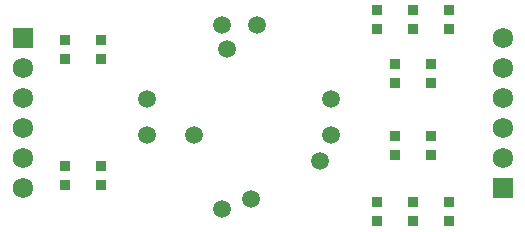
<source format=gbr>
%TF.GenerationSoftware,KiCad,Pcbnew,(5.1.9)-1*%
%TF.CreationDate,2021-03-10T13:48:37-05:00*%
%TF.ProjectId,RKJXT1F42001_Breakout,524b4a58-5431-4463-9432-3030315f4272,rev?*%
%TF.SameCoordinates,Original*%
%TF.FileFunction,Soldermask,Top*%
%TF.FilePolarity,Negative*%
%FSLAX46Y46*%
G04 Gerber Fmt 4.6, Leading zero omitted, Abs format (unit mm)*
G04 Created by KiCad (PCBNEW (5.1.9)-1) date 2021-03-10 13:48:37*
%MOMM*%
%LPD*%
G01*
G04 APERTURE LIST*
%ADD10C,1.500000*%
%ADD11R,0.950000X0.900000*%
%ADD12R,1.725000X1.725000*%
%ADD13C,1.725000*%
G04 APERTURE END LIST*
D10*
%TO.C,RJS1*%
X138755000Y-83080000D03*
X141255000Y-82260000D03*
X147115000Y-79030000D03*
X148055000Y-76780000D03*
X148055000Y-73780000D03*
X141755000Y-67480000D03*
X139255000Y-69500000D03*
X138755000Y-67480000D03*
X132455000Y-73780000D03*
X132455000Y-76780000D03*
X136455000Y-76780000D03*
%TD*%
D11*
%TO.C,R12*%
X125476000Y-68796000D03*
X125476000Y-70396000D03*
%TD*%
%TO.C,R13*%
X128524000Y-81064000D03*
X128524000Y-79464000D03*
%TD*%
%TO.C,R14*%
X128524000Y-68796000D03*
X128524000Y-70396000D03*
%TD*%
%TO.C,R11*%
X125476000Y-81064000D03*
X125476000Y-79464000D03*
%TD*%
%TO.C,R10*%
X157988000Y-67856000D03*
X157988000Y-66256000D03*
%TD*%
%TO.C,R9*%
X157988000Y-82512000D03*
X157988000Y-84112000D03*
%TD*%
%TO.C,R8*%
X156464000Y-72428000D03*
X156464000Y-70828000D03*
%TD*%
%TO.C,R7*%
X156464000Y-76924000D03*
X156464000Y-78524000D03*
%TD*%
%TO.C,R6*%
X153416000Y-72428000D03*
X153416000Y-70828000D03*
%TD*%
%TO.C,R5*%
X153416000Y-76924000D03*
X153416000Y-78524000D03*
%TD*%
%TO.C,R4*%
X154940000Y-67856000D03*
X154940000Y-66256000D03*
%TD*%
%TO.C,R3*%
X154940000Y-82512000D03*
X154940000Y-84112000D03*
%TD*%
%TO.C,R2*%
X151892000Y-67856000D03*
X151892000Y-66256000D03*
%TD*%
%TO.C,R1*%
X151892000Y-82512000D03*
X151892000Y-84112000D03*
%TD*%
D12*
%TO.C,J2*%
X121920000Y-68580000D03*
D13*
X121920000Y-71120000D03*
X121920000Y-73660000D03*
X121920000Y-76200000D03*
X121920000Y-78740000D03*
X121920000Y-81280000D03*
%TD*%
D12*
%TO.C,J1*%
X162560000Y-81280000D03*
D13*
X162560000Y-78740000D03*
X162560000Y-76200000D03*
X162560000Y-73660000D03*
X162560000Y-71120000D03*
X162560000Y-68580000D03*
%TD*%
M02*

</source>
